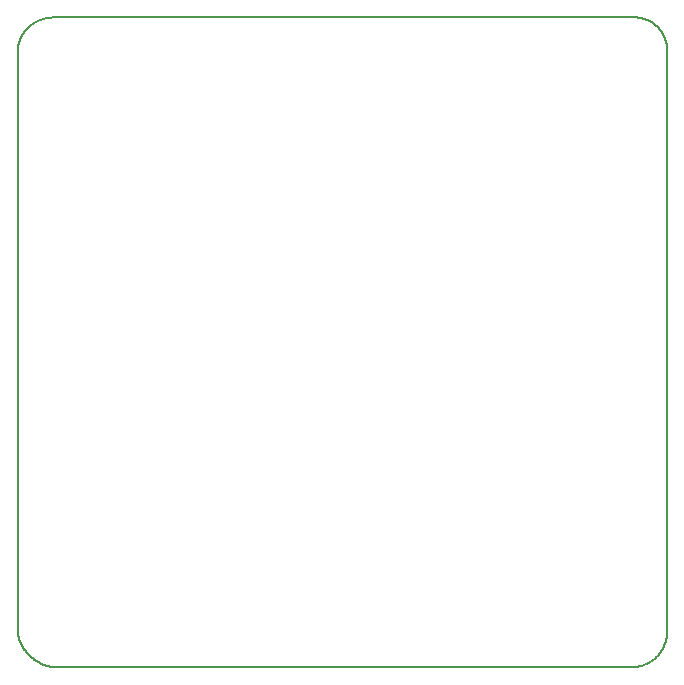
<source format=gbp>
G75*
%MOIN*%
%OFA0B0*%
%FSLAX25Y25*%
%IPPOS*%
%LPD*%
%AMOC8*
5,1,8,0,0,1.08239X$1,22.5*
%
%ADD10C,0.00800*%
D10*
X0022335Y0015019D02*
X0022335Y0207933D01*
X0022338Y0208218D01*
X0022349Y0208504D01*
X0022366Y0208789D01*
X0022390Y0209073D01*
X0022421Y0209357D01*
X0022459Y0209640D01*
X0022504Y0209921D01*
X0022555Y0210202D01*
X0022613Y0210482D01*
X0022678Y0210760D01*
X0022750Y0211036D01*
X0022828Y0211310D01*
X0022913Y0211583D01*
X0023005Y0211853D01*
X0023103Y0212121D01*
X0023207Y0212387D01*
X0023318Y0212650D01*
X0023435Y0212910D01*
X0023558Y0213168D01*
X0023688Y0213422D01*
X0023824Y0213673D01*
X0023965Y0213921D01*
X0024113Y0214165D01*
X0024266Y0214406D01*
X0024426Y0214642D01*
X0024591Y0214875D01*
X0024761Y0215104D01*
X0024937Y0215329D01*
X0025119Y0215549D01*
X0025305Y0215765D01*
X0025497Y0215976D01*
X0025694Y0216183D01*
X0025896Y0216385D01*
X0026103Y0216582D01*
X0026314Y0216774D01*
X0026530Y0216960D01*
X0026750Y0217142D01*
X0026975Y0217318D01*
X0027204Y0217488D01*
X0027437Y0217653D01*
X0027673Y0217813D01*
X0027914Y0217966D01*
X0028158Y0218114D01*
X0028406Y0218255D01*
X0028657Y0218391D01*
X0028911Y0218521D01*
X0029169Y0218644D01*
X0029429Y0218761D01*
X0029692Y0218872D01*
X0029958Y0218976D01*
X0030226Y0219074D01*
X0030496Y0219166D01*
X0030769Y0219251D01*
X0031043Y0219329D01*
X0031319Y0219401D01*
X0031597Y0219466D01*
X0031877Y0219524D01*
X0032158Y0219575D01*
X0032439Y0219620D01*
X0032722Y0219658D01*
X0033006Y0219689D01*
X0033290Y0219713D01*
X0033575Y0219730D01*
X0033861Y0219741D01*
X0034146Y0219744D01*
X0227060Y0219744D01*
X0227059Y0219744D02*
X0227323Y0219763D01*
X0227586Y0219776D01*
X0227850Y0219783D01*
X0228113Y0219783D01*
X0228377Y0219777D01*
X0228640Y0219765D01*
X0228904Y0219746D01*
X0229166Y0219721D01*
X0229428Y0219690D01*
X0229689Y0219652D01*
X0229949Y0219608D01*
X0230208Y0219558D01*
X0230466Y0219501D01*
X0230722Y0219438D01*
X0230976Y0219369D01*
X0231229Y0219294D01*
X0231480Y0219213D01*
X0231729Y0219126D01*
X0231976Y0219033D01*
X0232220Y0218934D01*
X0232462Y0218829D01*
X0232701Y0218718D01*
X0232938Y0218601D01*
X0233172Y0218479D01*
X0233402Y0218351D01*
X0233630Y0218218D01*
X0233854Y0218079D01*
X0234075Y0217935D01*
X0234292Y0217785D01*
X0234506Y0217631D01*
X0234716Y0217471D01*
X0234921Y0217306D01*
X0235123Y0217136D01*
X0235321Y0216962D01*
X0235514Y0216782D01*
X0235703Y0216598D01*
X0235888Y0216410D01*
X0236068Y0216217D01*
X0236243Y0216020D01*
X0236413Y0215818D01*
X0236579Y0215613D01*
X0236739Y0215404D01*
X0236894Y0215191D01*
X0237045Y0214974D01*
X0237189Y0214753D01*
X0237329Y0214530D01*
X0237463Y0214302D01*
X0237591Y0214072D01*
X0237714Y0213839D01*
X0237832Y0213602D01*
X0237943Y0213363D01*
X0238049Y0213122D01*
X0238149Y0212878D01*
X0238242Y0212631D01*
X0238330Y0212383D01*
X0238412Y0212132D01*
X0238488Y0211879D01*
X0238558Y0211625D01*
X0238621Y0211369D01*
X0238678Y0211111D01*
X0238729Y0210853D01*
X0238774Y0210593D01*
X0238813Y0210332D01*
X0238845Y0210070D01*
X0238871Y0209808D01*
X0238871Y0015019D01*
X0238868Y0014734D01*
X0238857Y0014448D01*
X0238840Y0014163D01*
X0238816Y0013879D01*
X0238785Y0013595D01*
X0238747Y0013312D01*
X0238702Y0013031D01*
X0238651Y0012750D01*
X0238593Y0012470D01*
X0238528Y0012192D01*
X0238456Y0011916D01*
X0238378Y0011642D01*
X0238293Y0011369D01*
X0238201Y0011099D01*
X0238103Y0010831D01*
X0237999Y0010565D01*
X0237888Y0010302D01*
X0237771Y0010042D01*
X0237648Y0009784D01*
X0237518Y0009530D01*
X0237382Y0009279D01*
X0237241Y0009031D01*
X0237093Y0008787D01*
X0236940Y0008546D01*
X0236780Y0008310D01*
X0236615Y0008077D01*
X0236445Y0007848D01*
X0236269Y0007623D01*
X0236087Y0007403D01*
X0235901Y0007187D01*
X0235709Y0006976D01*
X0235512Y0006769D01*
X0235310Y0006567D01*
X0235103Y0006370D01*
X0234892Y0006178D01*
X0234676Y0005992D01*
X0234456Y0005810D01*
X0234231Y0005634D01*
X0234002Y0005464D01*
X0233769Y0005299D01*
X0233533Y0005139D01*
X0233292Y0004986D01*
X0233048Y0004838D01*
X0232800Y0004697D01*
X0232549Y0004561D01*
X0232295Y0004431D01*
X0232037Y0004308D01*
X0231777Y0004191D01*
X0231514Y0004080D01*
X0231248Y0003976D01*
X0230980Y0003878D01*
X0230710Y0003786D01*
X0230437Y0003701D01*
X0230163Y0003623D01*
X0229887Y0003551D01*
X0229609Y0003486D01*
X0229329Y0003428D01*
X0229048Y0003377D01*
X0228767Y0003332D01*
X0228484Y0003294D01*
X0228200Y0003263D01*
X0227916Y0003239D01*
X0227631Y0003222D01*
X0227345Y0003211D01*
X0227060Y0003208D01*
X0037896Y0003208D01*
X0037560Y0003166D01*
X0037222Y0003132D01*
X0036884Y0003107D01*
X0036546Y0003090D01*
X0036207Y0003081D01*
X0035868Y0003081D01*
X0035529Y0003089D01*
X0035190Y0003105D01*
X0034852Y0003130D01*
X0034514Y0003162D01*
X0034178Y0003204D01*
X0033842Y0003253D01*
X0033508Y0003310D01*
X0033176Y0003376D01*
X0032845Y0003450D01*
X0032516Y0003532D01*
X0032189Y0003622D01*
X0031864Y0003720D01*
X0031542Y0003826D01*
X0031223Y0003940D01*
X0030907Y0004062D01*
X0030593Y0004191D01*
X0030283Y0004328D01*
X0029976Y0004473D01*
X0029673Y0004625D01*
X0029374Y0004784D01*
X0029079Y0004951D01*
X0028788Y0005125D01*
X0028501Y0005306D01*
X0028219Y0005494D01*
X0027942Y0005689D01*
X0027669Y0005891D01*
X0027402Y0006099D01*
X0027139Y0006314D01*
X0026882Y0006535D01*
X0026631Y0006762D01*
X0026385Y0006996D01*
X0026145Y0007235D01*
X0025911Y0007480D01*
X0025683Y0007731D01*
X0025461Y0007988D01*
X0025246Y0008250D01*
X0025037Y0008517D01*
X0024835Y0008789D01*
X0024639Y0009066D01*
X0024451Y0009347D01*
X0024269Y0009634D01*
X0024094Y0009924D01*
X0023927Y0010219D01*
X0023767Y0010518D01*
X0023614Y0010821D01*
X0023468Y0011127D01*
X0023331Y0011437D01*
X0023201Y0011750D01*
X0023078Y0012066D01*
X0022964Y0012385D01*
X0022857Y0012707D01*
X0022758Y0013031D01*
X0022667Y0013358D01*
X0022585Y0013687D01*
X0022510Y0014017D01*
X0022443Y0014350D01*
X0022385Y0014684D01*
X0022335Y0015019D01*
M02*

</source>
